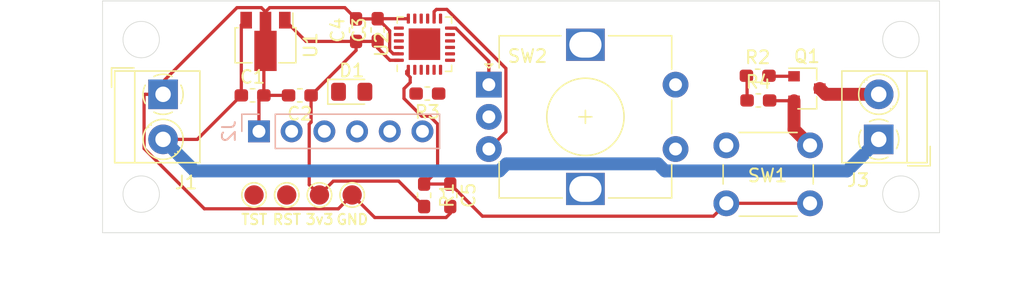
<source format=kicad_pcb>
(kicad_pcb (version 20171130) (host pcbnew 5.1.6-c6e7f7d~87~ubuntu18.04.1)

  (general
    (thickness 1.6)
    (drawings 11)
    (tracks 92)
    (zones 0)
    (modules 22)
    (nets 31)
  )

  (page A4)
  (layers
    (0 F.Cu signal)
    (31 B.Cu signal)
    (32 B.Adhes user)
    (33 F.Adhes user)
    (34 B.Paste user)
    (35 F.Paste user)
    (36 B.SilkS user)
    (37 F.SilkS user)
    (38 B.Mask user)
    (39 F.Mask user)
    (40 Dwgs.User user)
    (41 Cmts.User user)
    (42 Eco1.User user)
    (43 Eco2.User user)
    (44 Edge.Cuts user)
    (45 Margin user)
    (46 B.CrtYd user)
    (47 F.CrtYd user)
    (48 B.Fab user)
    (49 F.Fab user hide)
  )

  (setup
    (last_trace_width 0.25)
    (user_trace_width 1)
    (user_trace_width 2)
    (trace_clearance 0.2)
    (zone_clearance 0.508)
    (zone_45_only no)
    (trace_min 0.2)
    (via_size 0.8)
    (via_drill 0.4)
    (via_min_size 0.4)
    (via_min_drill 0.3)
    (uvia_size 0.3)
    (uvia_drill 0.1)
    (uvias_allowed no)
    (uvia_min_size 0.2)
    (uvia_min_drill 0.1)
    (edge_width 0.05)
    (segment_width 0.2)
    (pcb_text_width 0.3)
    (pcb_text_size 1.5 1.5)
    (mod_edge_width 0.12)
    (mod_text_size 1 1)
    (mod_text_width 0.15)
    (pad_size 1.524 1.524)
    (pad_drill 0.762)
    (pad_to_mask_clearance 0.05)
    (aux_axis_origin 196.596 109.093)
    (visible_elements FFFFFF7F)
    (pcbplotparams
      (layerselection 0x010fc_ffffffff)
      (usegerberextensions false)
      (usegerberattributes true)
      (usegerberadvancedattributes true)
      (creategerberjobfile true)
      (excludeedgelayer true)
      (linewidth 0.100000)
      (plotframeref false)
      (viasonmask false)
      (mode 1)
      (useauxorigin false)
      (hpglpennumber 1)
      (hpglpenspeed 20)
      (hpglpendiameter 15.000000)
      (psnegative false)
      (psa4output false)
      (plotreference true)
      (plotvalue true)
      (plotinvisibletext false)
      (padsonsilk false)
      (subtractmaskfromsilk false)
      (outputformat 1)
      (mirror false)
      (drillshape 1)
      (scaleselection 1)
      (outputdirectory ""))
  )

  (net 0 "")
  (net 1 GND)
  (net 2 +3V3)
  (net 3 "Net-(J3-Pad2)")
  (net 4 PLAMP)
  (net 5 RST)
  (net 6 TEST)
  (net 7 TXD)
  (net 8 RXD)
  (net 9 "Net-(U2-Pad5)")
  (net 10 "Net-(U2-Pad6)")
  (net 11 "Net-(U2-Pad7)")
  (net 12 PLED)
  (net 13 "Net-(U2-Pad10)")
  (net 14 "Net-(U2-Pad11)")
  (net 15 pRotary1)
  (net 16 "Net-(U2-Pad13)")
  (net 17 pRotary2)
  (net 18 "Net-(U2-Pad15)")
  (net 19 "Net-(U2-Pad16)")
  (net 20 "Net-(U2-Pad17)")
  (net 21 "Net-(U2-Pad19)")
  (net 22 pRotaryButton)
  (net 23 "Net-(U2-Pad21)")
  (net 24 "Net-(U2-Pad22)")
  (net 25 "Net-(D1-Pad2)")
  (net 26 "Net-(J2-Pad6)")
  (net 27 "Net-(J2-Pad3)")
  (net 28 "Net-(J2-Pad2)")
  (net 29 "Net-(Q1-Pad1)")
  (net 30 VCC)

  (net_class Default "This is the default net class."
    (clearance 0.2)
    (trace_width 0.25)
    (via_dia 0.8)
    (via_drill 0.4)
    (uvia_dia 0.3)
    (uvia_drill 0.1)
    (add_net +3V3)
    (add_net GND)
    (add_net "Net-(D1-Pad2)")
    (add_net "Net-(J2-Pad2)")
    (add_net "Net-(J2-Pad3)")
    (add_net "Net-(J2-Pad6)")
    (add_net "Net-(J3-Pad2)")
    (add_net "Net-(Q1-Pad1)")
    (add_net "Net-(U2-Pad10)")
    (add_net "Net-(U2-Pad11)")
    (add_net "Net-(U2-Pad13)")
    (add_net "Net-(U2-Pad15)")
    (add_net "Net-(U2-Pad16)")
    (add_net "Net-(U2-Pad17)")
    (add_net "Net-(U2-Pad19)")
    (add_net "Net-(U2-Pad21)")
    (add_net "Net-(U2-Pad22)")
    (add_net "Net-(U2-Pad5)")
    (add_net "Net-(U2-Pad6)")
    (add_net "Net-(U2-Pad7)")
    (add_net PLAMP)
    (add_net PLED)
    (add_net RST)
    (add_net RXD)
    (add_net TEST)
    (add_net TXD)
    (add_net VCC)
    (add_net pRotary1)
    (add_net pRotary2)
    (add_net pRotaryButton)
  )

  (module Rotary_Encoder:RotaryEncoder_Alps_EC12E-Switch_Vertical_H20mm (layer F.Cu) (tedit 5A64F492) (tstamp 616E643A)
    (at 162 115.5)
    (descr "Alps rotary encoder, EC12E... with switch, vertical shaft, http://www.alps.com/prod/info/E/HTML/Encoder/Incremental/EC12E/EC12E1240405.html & http://cdn-reichelt.de/documents/datenblatt/F100/402097STEC12E08.PDF")
    (tags "rotary encoder")
    (path /616D1D32)
    (fp_text reference SW2 (at 3.006 -2.216) (layer F.SilkS)
      (effects (font (size 1 1) (thickness 0.15)))
    )
    (fp_text value Rotary_Encoder_Switch (at 7.5 10.4) (layer F.Fab) hide
      (effects (font (size 1 1) (thickness 0.15)))
    )
    (fp_text user %R (at 11.5 6.6) (layer F.Fab)
      (effects (font (size 1 1) (thickness 0.15)))
    )
    (fp_line (start 7 2.5) (end 8 2.5) (layer F.SilkS) (width 0.12))
    (fp_line (start 7.5 2) (end 7.5 3) (layer F.SilkS) (width 0.12))
    (fp_line (start 14.2 6.2) (end 14.2 8.8) (layer F.SilkS) (width 0.12))
    (fp_line (start 14.2 1.2) (end 14.2 3.8) (layer F.SilkS) (width 0.12))
    (fp_line (start 14.2 -3.8) (end 14.2 -1.2) (layer F.SilkS) (width 0.12))
    (fp_line (start 4.5 2.5) (end 10.5 2.5) (layer F.Fab) (width 0.12))
    (fp_line (start 7.5 -0.5) (end 7.5 5.5) (layer F.Fab) (width 0.12))
    (fp_line (start 0.3 -1.6) (end 0 -1.3) (layer F.SilkS) (width 0.12))
    (fp_line (start -0.3 -1.6) (end 0.3 -1.6) (layer F.SilkS) (width 0.12))
    (fp_line (start 0 -1.3) (end -0.3 -1.6) (layer F.SilkS) (width 0.12))
    (fp_line (start 0.8 -3.8) (end 0.8 -1.3) (layer F.SilkS) (width 0.12))
    (fp_line (start 5.6 -3.8) (end 0.8 -3.8) (layer F.SilkS) (width 0.12))
    (fp_line (start 0.8 8.8) (end 0.8 6) (layer F.SilkS) (width 0.12))
    (fp_line (start 5.7 8.8) (end 0.8 8.8) (layer F.SilkS) (width 0.12))
    (fp_line (start 14.2 8.8) (end 9.3 8.8) (layer F.SilkS) (width 0.12))
    (fp_line (start 9.3 -3.8) (end 14.2 -3.8) (layer F.SilkS) (width 0.12))
    (fp_line (start 0.9 -2.6) (end 1.9 -3.7) (layer F.Fab) (width 0.12))
    (fp_line (start 0.9 8.7) (end 0.9 -2.6) (layer F.Fab) (width 0.12))
    (fp_line (start 14.1 8.7) (end 0.9 8.7) (layer F.Fab) (width 0.12))
    (fp_line (start 14.1 -3.7) (end 14.1 8.7) (layer F.Fab) (width 0.12))
    (fp_line (start 1.9 -3.7) (end 14.1 -3.7) (layer F.Fab) (width 0.12))
    (fp_line (start -1.5 -4.85) (end 16 -4.85) (layer F.CrtYd) (width 0.05))
    (fp_line (start -1.5 -4.85) (end -1.5 9.85) (layer F.CrtYd) (width 0.05))
    (fp_line (start 16 9.85) (end 16 -4.85) (layer F.CrtYd) (width 0.05))
    (fp_line (start 16 9.85) (end -1.5 9.85) (layer F.CrtYd) (width 0.05))
    (fp_circle (center 7.5 2.5) (end 10.5 2.5) (layer F.SilkS) (width 0.12))
    (fp_circle (center 7.5 2.5) (end 10.5 2.5) (layer F.Fab) (width 0.12))
    (pad A thru_hole rect (at 0 0) (size 2 2) (drill 1) (layers *.Cu *.Mask)
      (net 15 pRotary1))
    (pad C thru_hole circle (at 0 2.5) (size 2 2) (drill 1) (layers *.Cu *.Mask)
      (net 1 GND))
    (pad B thru_hole circle (at 0 5) (size 2 2) (drill 1) (layers *.Cu *.Mask)
      (net 17 pRotary2))
    (pad MP thru_hole rect (at 7.5 -3.1) (size 3 2.5) (drill oval 2.5 2) (layers *.Cu *.Mask))
    (pad MP thru_hole rect (at 7.5 8.1) (size 3 2.5) (drill oval 2.5 2) (layers *.Cu *.Mask))
    (pad S1 thru_hole circle (at 14.5 0) (size 2 2) (drill 1) (layers *.Cu *.Mask)
      (net 22 pRotaryButton))
    (pad S2 thru_hole circle (at 14.5 5) (size 2 2) (drill 1) (layers *.Cu *.Mask)
      (net 1 GND))
    (model ${KISYS3DMOD}/Rotary_Encoder.3dshapes/RotaryEncoder_Alps_EC12E-Switch_Vertical_H20mm.wrl
      (at (xyz 0 0 0))
      (scale (xyz 1 1 1))
      (rotate (xyz 0 0 0))
    )
  )

  (module TestPoint:TestPoint_Pad_D1.5mm (layer F.Cu) (tedit 5A0F774F) (tstamp 616E3DFD)
    (at 151.384 124.0663 180)
    (descr "SMD pad as test Point, diameter 1.5mm")
    (tags "test point SMD pad")
    (path /617684AC)
    (attr virtual)
    (fp_text reference GND (at -0.0127 -1.905) (layer F.SilkS)
      (effects (font (size 0.8 0.8) (thickness 0.15)))
    )
    (fp_text value TestPoint (at 0 1.75) (layer F.Fab)
      (effects (font (size 1 1) (thickness 0.15)))
    )
    (fp_text user %R (at 0 -1.65) (layer F.Fab)
      (effects (font (size 1 1) (thickness 0.15)))
    )
    (fp_circle (center 0 0) (end 1.25 0) (layer F.CrtYd) (width 0.05))
    (fp_circle (center 0 0) (end 0 0.95) (layer F.SilkS) (width 0.12))
    (pad 1 smd circle (at 0 0 180) (size 1.5 1.5) (layers F.Cu F.Mask)
      (net 1 GND))
  )

  (module TestPoint:TestPoint_Pad_D1.5mm (layer F.Cu) (tedit 5A0F774F) (tstamp 616E3DF5)
    (at 148.844 124.0663 180)
    (descr "SMD pad as test Point, diameter 1.5mm")
    (tags "test point SMD pad")
    (path /61768157)
    (attr virtual)
    (fp_text reference 3v3 (at -0.0127 -1.905) (layer F.SilkS)
      (effects (font (size 0.8 0.8) (thickness 0.15)))
    )
    (fp_text value TestPoint (at 0 1.75) (layer F.Fab)
      (effects (font (size 1 1) (thickness 0.15)))
    )
    (fp_text user %R (at 0 -1.65) (layer F.Fab)
      (effects (font (size 1 1) (thickness 0.15)))
    )
    (fp_circle (center 0 0) (end 1.25 0) (layer F.CrtYd) (width 0.05))
    (fp_circle (center 0 0) (end 0 0.95) (layer F.SilkS) (width 0.12))
    (pad 1 smd circle (at 0 0 180) (size 1.5 1.5) (layers F.Cu F.Mask)
      (net 2 +3V3))
  )

  (module TestPoint:TestPoint_Pad_D1.5mm (layer F.Cu) (tedit 5A0F774F) (tstamp 616E3DED)
    (at 146.304 124.0663 180)
    (descr "SMD pad as test Point, diameter 1.5mm")
    (tags "test point SMD pad")
    (path /61767D78)
    (attr virtual)
    (fp_text reference RST (at -0.0127 -1.905) (layer F.SilkS)
      (effects (font (size 0.8 0.8) (thickness 0.15)))
    )
    (fp_text value TestPoint (at 0 1.75) (layer F.Fab)
      (effects (font (size 1 1) (thickness 0.15)))
    )
    (fp_text user %R (at 0 -1.65) (layer F.Fab)
      (effects (font (size 1 1) (thickness 0.15)))
    )
    (fp_circle (center 0 0) (end 1.25 0) (layer F.CrtYd) (width 0.05))
    (fp_circle (center 0 0) (end 0 0.95) (layer F.SilkS) (width 0.12))
    (pad 1 smd circle (at 0 0 180) (size 1.5 1.5) (layers F.Cu F.Mask)
      (net 5 RST))
  )

  (module TestPoint:TestPoint_Pad_D1.5mm (layer F.Cu) (tedit 5A0F774F) (tstamp 616E3DE5)
    (at 143.764 124.0663 180)
    (descr "SMD pad as test Point, diameter 1.5mm")
    (tags "test point SMD pad")
    (path /61767A30)
    (attr virtual)
    (fp_text reference TST (at -0.0127 -1.905) (layer F.SilkS)
      (effects (font (size 0.8 0.8) (thickness 0.15)))
    )
    (fp_text value TestPoint (at 0 1.75) (layer F.Fab)
      (effects (font (size 1 1) (thickness 0.15)))
    )
    (fp_text user %R (at 0 -1.65) (layer F.Fab)
      (effects (font (size 1 1) (thickness 0.15)))
    )
    (fp_circle (center 0 0) (end 1.25 0) (layer F.CrtYd) (width 0.05))
    (fp_circle (center 0 0) (end 0 0.95) (layer F.SilkS) (width 0.12))
    (pad 1 smd circle (at 0 0 180) (size 1.5 1.5) (layers F.Cu F.Mask)
      (net 6 TEST))
  )

  (module Connector_PinHeader_2.54mm:PinHeader_1x06_P2.54mm_Vertical (layer B.Cu) (tedit 59FED5CC) (tstamp 616E3D16)
    (at 144.145 119.126 270)
    (descr "Through hole straight pin header, 1x06, 2.54mm pitch, single row")
    (tags "Through hole pin header THT 1x06 2.54mm single row")
    (path /61744373)
    (fp_text reference J2 (at 0 2.33 90) (layer B.SilkS)
      (effects (font (size 1 1) (thickness 0.15)) (justify mirror))
    )
    (fp_text value Conn_01x06_Male (at 0 -15.03 90) (layer B.Fab)
      (effects (font (size 1 1) (thickness 0.15)) (justify mirror))
    )
    (fp_text user %R (at 0 -6.35 180) (layer B.Fab)
      (effects (font (size 1 1) (thickness 0.15)) (justify mirror))
    )
    (fp_line (start -0.635 1.27) (end 1.27 1.27) (layer B.Fab) (width 0.1))
    (fp_line (start 1.27 1.27) (end 1.27 -13.97) (layer B.Fab) (width 0.1))
    (fp_line (start 1.27 -13.97) (end -1.27 -13.97) (layer B.Fab) (width 0.1))
    (fp_line (start -1.27 -13.97) (end -1.27 0.635) (layer B.Fab) (width 0.1))
    (fp_line (start -1.27 0.635) (end -0.635 1.27) (layer B.Fab) (width 0.1))
    (fp_line (start -1.33 -14.03) (end 1.33 -14.03) (layer B.SilkS) (width 0.12))
    (fp_line (start -1.33 -1.27) (end -1.33 -14.03) (layer B.SilkS) (width 0.12))
    (fp_line (start 1.33 -1.27) (end 1.33 -14.03) (layer B.SilkS) (width 0.12))
    (fp_line (start -1.33 -1.27) (end 1.33 -1.27) (layer B.SilkS) (width 0.12))
    (fp_line (start -1.33 0) (end -1.33 1.33) (layer B.SilkS) (width 0.12))
    (fp_line (start -1.33 1.33) (end 0 1.33) (layer B.SilkS) (width 0.12))
    (fp_line (start -1.8 1.8) (end -1.8 -14.5) (layer B.CrtYd) (width 0.05))
    (fp_line (start -1.8 -14.5) (end 1.8 -14.5) (layer B.CrtYd) (width 0.05))
    (fp_line (start 1.8 -14.5) (end 1.8 1.8) (layer B.CrtYd) (width 0.05))
    (fp_line (start 1.8 1.8) (end -1.8 1.8) (layer B.CrtYd) (width 0.05))
    (pad 6 thru_hole oval (at 0 -12.7 270) (size 1.7 1.7) (drill 1) (layers *.Cu *.Mask)
      (net 26 "Net-(J2-Pad6)"))
    (pad 5 thru_hole oval (at 0 -10.16 270) (size 1.7 1.7) (drill 1) (layers *.Cu *.Mask)
      (net 7 TXD))
    (pad 4 thru_hole oval (at 0 -7.62 270) (size 1.7 1.7) (drill 1) (layers *.Cu *.Mask)
      (net 8 RXD))
    (pad 3 thru_hole oval (at 0 -5.08 270) (size 1.7 1.7) (drill 1) (layers *.Cu *.Mask)
      (net 27 "Net-(J2-Pad3)"))
    (pad 2 thru_hole oval (at 0 -2.54 270) (size 1.7 1.7) (drill 1) (layers *.Cu *.Mask)
      (net 28 "Net-(J2-Pad2)"))
    (pad 1 thru_hole rect (at 0 0 270) (size 1.7 1.7) (drill 1) (layers *.Cu *.Mask)
      (net 1 GND))
    (model ${KISYS3DMOD}/Connector_PinHeader_2.54mm.3dshapes/PinHeader_1x06_P2.54mm_Vertical.wrl
      (at (xyz 0 0 0))
      (scale (xyz 1 1 1))
      (rotate (xyz 0 0 0))
    )
  )

  (module TerminalBlock_MetzConnect:TerminalBlock_MetzConnect_Type059_RT06302HBWC_1x02_P3.50mm_Horizontal locked (layer F.Cu) (tedit 5B294EA0) (tstamp 616E7903)
    (at 136.7 116.25 270)
    (descr "terminal block Metz Connect Type059_RT06302HBWC, 2 pins, pitch 3.5mm, size 7x6.5mm^2, drill diamater 1.2mm, pad diameter 2.3mm, see http://www.metz-connect.com/de/system/files/productfiles/Datenblatt_310591_RT063xxHBWC_OFF-022684T.pdf, script-generated using https://github.com/pointhi/kicad-footprint-generator/scripts/TerminalBlock_MetzConnect")
    (tags "THT terminal block Metz Connect Type059_RT06302HBWC pitch 3.5mm size 7x6.5mm^2 drill 1.2mm pad 2.3mm")
    (path /616FA099)
    (fp_text reference J1 (at 6.8511 -1.7935 180) (layer F.SilkS)
      (effects (font (size 1 1) (thickness 0.15)))
    )
    (fp_text value Screw_Terminal_01x02 (at 1.75 4.76 90) (layer F.Fab)
      (effects (font (size 1 1) (thickness 0.15)))
    )
    (fp_text user %R (at 1.75 2.95 90) (layer F.Fab)
      (effects (font (size 1 1) (thickness 0.15)))
    )
    (fp_arc (start 0 0) (end -0.707 1.386) (angle -28) (layer F.SilkS) (width 0.12))
    (fp_arc (start 0 0) (end -1.386 -0.707) (angle -54) (layer F.SilkS) (width 0.12))
    (fp_arc (start 0 0) (end 0.707 -1.386) (angle -54) (layer F.SilkS) (width 0.12))
    (fp_arc (start 0 0) (end 1.386 0.707) (angle -54) (layer F.SilkS) (width 0.12))
    (fp_arc (start 0 0) (end 0 1.555) (angle -27) (layer F.SilkS) (width 0.12))
    (fp_circle (center 0 0) (end 1.375 0) (layer F.Fab) (width 0.1))
    (fp_circle (center 3.5 0) (end 4.875 0) (layer F.Fab) (width 0.1))
    (fp_circle (center 3.5 0) (end 5.055 0) (layer F.SilkS) (width 0.12))
    (fp_line (start -1.75 -2.8) (end 5.25 -2.8) (layer F.Fab) (width 0.1))
    (fp_line (start 5.25 -2.8) (end 5.25 3.7) (layer F.Fab) (width 0.1))
    (fp_line (start 5.25 3.7) (end -0.25 3.7) (layer F.Fab) (width 0.1))
    (fp_line (start -0.25 3.7) (end -1.75 2.2) (layer F.Fab) (width 0.1))
    (fp_line (start -1.75 2.2) (end -1.75 -2.8) (layer F.Fab) (width 0.1))
    (fp_line (start -1.75 2.2) (end 5.25 2.2) (layer F.Fab) (width 0.1))
    (fp_line (start -1.81 2.2) (end 5.31 2.2) (layer F.SilkS) (width 0.12))
    (fp_line (start -1.81 -2.86) (end 5.31 -2.86) (layer F.SilkS) (width 0.12))
    (fp_line (start -1.81 3.76) (end 5.31 3.76) (layer F.SilkS) (width 0.12))
    (fp_line (start -1.81 -2.86) (end -1.81 3.76) (layer F.SilkS) (width 0.12))
    (fp_line (start 5.31 -2.86) (end 5.31 3.76) (layer F.SilkS) (width 0.12))
    (fp_line (start 1.043 -0.875) (end -0.876 1.043) (layer F.Fab) (width 0.1))
    (fp_line (start 0.876 -1.043) (end -1.043 0.875) (layer F.Fab) (width 0.1))
    (fp_line (start 4.543 -0.875) (end 2.625 1.043) (layer F.Fab) (width 0.1))
    (fp_line (start 4.376 -1.043) (end 2.458 0.875) (layer F.Fab) (width 0.1))
    (fp_line (start 4.68 -0.99) (end 4.604 -0.914) (layer F.SilkS) (width 0.12))
    (fp_line (start 2.565 1.125) (end 2.511 1.18) (layer F.SilkS) (width 0.12))
    (fp_line (start 4.49 -1.18) (end 4.436 -1.126) (layer F.SilkS) (width 0.12))
    (fp_line (start 2.397 0.914) (end 2.321 0.99) (layer F.SilkS) (width 0.12))
    (fp_line (start -2.05 2.26) (end -2.05 4) (layer F.SilkS) (width 0.12))
    (fp_line (start -2.05 4) (end -0.55 4) (layer F.SilkS) (width 0.12))
    (fp_line (start -2.25 -3.3) (end -2.25 4.2) (layer F.CrtYd) (width 0.05))
    (fp_line (start -2.25 4.2) (end 5.75 4.2) (layer F.CrtYd) (width 0.05))
    (fp_line (start 5.75 4.2) (end 5.75 -3.3) (layer F.CrtYd) (width 0.05))
    (fp_line (start 5.75 -3.3) (end -2.25 -3.3) (layer F.CrtYd) (width 0.05))
    (pad 2 thru_hole circle (at 3.5 0 270) (size 2.3 2.3) (drill 1.2) (layers *.Cu *.Mask)
      (net 30 VCC))
    (pad 1 thru_hole rect (at 0 0 270) (size 2.3 2.3) (drill 1.2) (layers *.Cu *.Mask)
      (net 1 GND))
    (model ${KISYS3DMOD}/TerminalBlock_MetzConnect.3dshapes/TerminalBlock_MetzConnect_Type059_RT06302HBWC_1x02_P3.50mm_Horizontal.wrl
      (at (xyz 0 0 0))
      (scale (xyz 1 1 1))
      (rotate (xyz 0 0 0))
    )
  )

  (module Package_DFN_QFN:VQFN-24-1EP_4x4mm_P0.5mm_EP2.45x2.45mm (layer F.Cu) (tedit 5DC5F6A8) (tstamp 616E470A)
    (at 156.9974 112.3569 90)
    (descr "VQFN, 24 Pin (http://www.ti.com/lit/ds/symlink/msp430f1101a.pdf), generated with kicad-footprint-generator ipc_noLead_generator.py")
    (tags "VQFN NoLead")
    (path /616D0FFF)
    (attr smd)
    (fp_text reference U2 (at 0 -3.32 90) (layer F.SilkS)
      (effects (font (size 1 1) (thickness 0.15)))
    )
    (fp_text value MSP430FR2433RGE (at 0 3.32 90) (layer F.Fab)
      (effects (font (size 1 1) (thickness 0.15)))
    )
    (fp_text user %R (at 0 0 90) (layer F.Fab)
      (effects (font (size 1 1) (thickness 0.15)))
    )
    (fp_line (start 1.635 -2.11) (end 2.11 -2.11) (layer F.SilkS) (width 0.12))
    (fp_line (start 2.11 -2.11) (end 2.11 -1.635) (layer F.SilkS) (width 0.12))
    (fp_line (start -1.635 2.11) (end -2.11 2.11) (layer F.SilkS) (width 0.12))
    (fp_line (start -2.11 2.11) (end -2.11 1.635) (layer F.SilkS) (width 0.12))
    (fp_line (start 1.635 2.11) (end 2.11 2.11) (layer F.SilkS) (width 0.12))
    (fp_line (start 2.11 2.11) (end 2.11 1.635) (layer F.SilkS) (width 0.12))
    (fp_line (start -1.635 -2.11) (end -2.11 -2.11) (layer F.SilkS) (width 0.12))
    (fp_line (start -1 -2) (end 2 -2) (layer F.Fab) (width 0.1))
    (fp_line (start 2 -2) (end 2 2) (layer F.Fab) (width 0.1))
    (fp_line (start 2 2) (end -2 2) (layer F.Fab) (width 0.1))
    (fp_line (start -2 2) (end -2 -1) (layer F.Fab) (width 0.1))
    (fp_line (start -2 -1) (end -1 -2) (layer F.Fab) (width 0.1))
    (fp_line (start -2.62 -2.62) (end -2.62 2.62) (layer F.CrtYd) (width 0.05))
    (fp_line (start -2.62 2.62) (end 2.62 2.62) (layer F.CrtYd) (width 0.05))
    (fp_line (start 2.62 2.62) (end 2.62 -2.62) (layer F.CrtYd) (width 0.05))
    (fp_line (start 2.62 -2.62) (end -2.62 -2.62) (layer F.CrtYd) (width 0.05))
    (pad "" smd roundrect (at 0.82 0.82 90) (size 0.66 0.66) (layers F.Paste) (roundrect_rratio 0.25))
    (pad "" smd roundrect (at 0.82 0 90) (size 0.66 0.66) (layers F.Paste) (roundrect_rratio 0.25))
    (pad "" smd roundrect (at 0.82 -0.82 90) (size 0.66 0.66) (layers F.Paste) (roundrect_rratio 0.25))
    (pad "" smd roundrect (at 0 0.82 90) (size 0.66 0.66) (layers F.Paste) (roundrect_rratio 0.25))
    (pad "" smd roundrect (at 0 0 90) (size 0.66 0.66) (layers F.Paste) (roundrect_rratio 0.25))
    (pad "" smd roundrect (at 0 -0.82 90) (size 0.66 0.66) (layers F.Paste) (roundrect_rratio 0.25))
    (pad "" smd roundrect (at -0.82 0.82 90) (size 0.66 0.66) (layers F.Paste) (roundrect_rratio 0.25))
    (pad "" smd roundrect (at -0.82 0 90) (size 0.66 0.66) (layers F.Paste) (roundrect_rratio 0.25))
    (pad "" smd roundrect (at -0.82 -0.82 90) (size 0.66 0.66) (layers F.Paste) (roundrect_rratio 0.25))
    (pad 25 smd rect (at 0 0 90) (size 2.45 2.45) (layers F.Cu F.Mask))
    (pad 24 smd roundrect (at -1.25 -1.9875 90) (size 0.25 0.775) (layers F.Cu F.Paste F.Mask) (roundrect_rratio 0.25)
      (net 2 +3V3))
    (pad 23 smd roundrect (at -0.75 -1.9875 90) (size 0.25 0.775) (layers F.Cu F.Paste F.Mask) (roundrect_rratio 0.25)
      (net 1 GND))
    (pad 22 smd roundrect (at -0.25 -1.9875 90) (size 0.25 0.775) (layers F.Cu F.Paste F.Mask) (roundrect_rratio 0.25)
      (net 24 "Net-(U2-Pad22)"))
    (pad 21 smd roundrect (at 0.25 -1.9875 90) (size 0.25 0.775) (layers F.Cu F.Paste F.Mask) (roundrect_rratio 0.25)
      (net 23 "Net-(U2-Pad21)"))
    (pad 20 smd roundrect (at 0.75 -1.9875 90) (size 0.25 0.775) (layers F.Cu F.Paste F.Mask) (roundrect_rratio 0.25)
      (net 22 pRotaryButton))
    (pad 19 smd roundrect (at 1.25 -1.9875 90) (size 0.25 0.775) (layers F.Cu F.Paste F.Mask) (roundrect_rratio 0.25)
      (net 21 "Net-(U2-Pad19)"))
    (pad 18 smd roundrect (at 1.9875 -1.25 90) (size 0.775 0.25) (layers F.Cu F.Paste F.Mask) (roundrect_rratio 0.25)
      (net 1 GND))
    (pad 17 smd roundrect (at 1.9875 -0.75 90) (size 0.775 0.25) (layers F.Cu F.Paste F.Mask) (roundrect_rratio 0.25)
      (net 20 "Net-(U2-Pad17)"))
    (pad 16 smd roundrect (at 1.9875 -0.25 90) (size 0.775 0.25) (layers F.Cu F.Paste F.Mask) (roundrect_rratio 0.25)
      (net 19 "Net-(U2-Pad16)"))
    (pad 15 smd roundrect (at 1.9875 0.25 90) (size 0.775 0.25) (layers F.Cu F.Paste F.Mask) (roundrect_rratio 0.25)
      (net 18 "Net-(U2-Pad15)"))
    (pad 14 smd roundrect (at 1.9875 0.75 90) (size 0.775 0.25) (layers F.Cu F.Paste F.Mask) (roundrect_rratio 0.25)
      (net 17 pRotary2))
    (pad 13 smd roundrect (at 1.9875 1.25 90) (size 0.775 0.25) (layers F.Cu F.Paste F.Mask) (roundrect_rratio 0.25)
      (net 16 "Net-(U2-Pad13)"))
    (pad 12 smd roundrect (at 1.25 1.9875 90) (size 0.25 0.775) (layers F.Cu F.Paste F.Mask) (roundrect_rratio 0.25)
      (net 15 pRotary1))
    (pad 11 smd roundrect (at 0.75 1.9875 90) (size 0.25 0.775) (layers F.Cu F.Paste F.Mask) (roundrect_rratio 0.25)
      (net 14 "Net-(U2-Pad11)"))
    (pad 10 smd roundrect (at 0.25 1.9875 90) (size 0.25 0.775) (layers F.Cu F.Paste F.Mask) (roundrect_rratio 0.25)
      (net 13 "Net-(U2-Pad10)"))
    (pad 9 smd roundrect (at -0.25 1.9875 90) (size 0.25 0.775) (layers F.Cu F.Paste F.Mask) (roundrect_rratio 0.25)
      (net 12 PLED))
    (pad 8 smd roundrect (at -0.75 1.9875 90) (size 0.25 0.775) (layers F.Cu F.Paste F.Mask) (roundrect_rratio 0.25)
      (net 4 PLAMP))
    (pad 7 smd roundrect (at -1.25 1.9875 90) (size 0.25 0.775) (layers F.Cu F.Paste F.Mask) (roundrect_rratio 0.25)
      (net 11 "Net-(U2-Pad7)"))
    (pad 6 smd roundrect (at -1.9875 1.25 90) (size 0.775 0.25) (layers F.Cu F.Paste F.Mask) (roundrect_rratio 0.25)
      (net 10 "Net-(U2-Pad6)"))
    (pad 5 smd roundrect (at -1.9875 0.75 90) (size 0.775 0.25) (layers F.Cu F.Paste F.Mask) (roundrect_rratio 0.25)
      (net 9 "Net-(U2-Pad5)"))
    (pad 4 smd roundrect (at -1.9875 0.25 90) (size 0.775 0.25) (layers F.Cu F.Paste F.Mask) (roundrect_rratio 0.25)
      (net 8 RXD))
    (pad 3 smd roundrect (at -1.9875 -0.25 90) (size 0.775 0.25) (layers F.Cu F.Paste F.Mask) (roundrect_rratio 0.25)
      (net 7 TXD))
    (pad 2 smd roundrect (at -1.9875 -0.75 90) (size 0.775 0.25) (layers F.Cu F.Paste F.Mask) (roundrect_rratio 0.25)
      (net 6 TEST))
    (pad 1 smd roundrect (at -1.9875 -1.25 90) (size 0.775 0.25) (layers F.Cu F.Paste F.Mask) (roundrect_rratio 0.25)
      (net 5 RST))
    (model ${KISYS3DMOD}/Package_DFN_QFN.3dshapes/VQFN-24-1EP_4x4mm_P0.5mm_EP2.45x2.45mm.wrl
      (at (xyz 0 0 0))
      (scale (xyz 1 1 1))
      (rotate (xyz 0 0 0))
    )
  )

  (module Package_TO_SOT_SMD:SOT-89-3 (layer F.Cu) (tedit 5C33D6E8) (tstamp 616E4193)
    (at 144.653 112.141 270)
    (descr "SOT-89-3, http://ww1.microchip.com/downloads/en/DeviceDoc/3L_SOT-89_MB_C04-029C.pdf")
    (tags SOT-89-3)
    (path /616DDAD0)
    (attr smd)
    (fp_text reference U1 (at 0.3 -3.5 90) (layer F.SilkS)
      (effects (font (size 1 1) (thickness 0.15)))
    )
    (fp_text value L78L33_SOT89 (at 0.3 3.5 90) (layer F.Fab)
      (effects (font (size 1 1) (thickness 0.15)))
    )
    (fp_text user %R (at 0.5 0 270) (layer F.Fab)
      (effects (font (size 1 1) (thickness 0.15)))
    )
    (fp_line (start 1.66 1.05) (end 1.66 2.36) (layer F.SilkS) (width 0.12))
    (fp_line (start 1.66 2.36) (end -1.06 2.36) (layer F.SilkS) (width 0.12))
    (fp_line (start -2.2 -2.13) (end -1.06 -2.13) (layer F.SilkS) (width 0.12))
    (fp_line (start 1.66 -2.36) (end 1.66 -1.05) (layer F.SilkS) (width 0.12))
    (fp_line (start -0.95 -1.25) (end 0.05 -2.25) (layer F.Fab) (width 0.1))
    (fp_line (start 1.55 -2.25) (end 1.55 2.25) (layer F.Fab) (width 0.1))
    (fp_line (start 1.55 2.25) (end -0.95 2.25) (layer F.Fab) (width 0.1))
    (fp_line (start -0.95 2.25) (end -0.95 -1.25) (layer F.Fab) (width 0.1))
    (fp_line (start 0.05 -2.25) (end 1.55 -2.25) (layer F.Fab) (width 0.1))
    (fp_line (start 2.55 -2.5) (end 2.55 2.5) (layer F.CrtYd) (width 0.05))
    (fp_line (start 2.55 -2.5) (end -2.55 -2.5) (layer F.CrtYd) (width 0.05))
    (fp_line (start -2.55 2.5) (end 2.55 2.5) (layer F.CrtYd) (width 0.05))
    (fp_line (start -2.55 2.5) (end -2.55 -2.5) (layer F.CrtYd) (width 0.05))
    (fp_line (start -1.06 -2.36) (end 1.66 -2.36) (layer F.SilkS) (width 0.12))
    (fp_line (start -1.06 -2.36) (end -1.06 -2.13) (layer F.SilkS) (width 0.12))
    (fp_line (start -1.06 2.36) (end -1.06 2.13) (layer F.SilkS) (width 0.12))
    (pad 2 smd custom (at -1.5625 0 270) (size 1.475 0.9) (layers F.Cu F.Paste F.Mask)
      (net 1 GND) (zone_connect 2)
      (options (clearance outline) (anchor rect))
      (primitives
        (gr_poly (pts
           (xy 0.7375 -0.8665) (xy 3.8625 -0.8665) (xy 3.8625 0.8665) (xy 0.7375 0.8665)) (width 0))
      ))
    (pad 3 smd rect (at -1.65 1.5 270) (size 1.3 0.9) (layers F.Cu F.Paste F.Mask)
      (net 30 VCC))
    (pad 1 smd rect (at -1.65 -1.5 270) (size 1.3 0.9) (layers F.Cu F.Paste F.Mask)
      (net 2 +3V3))
    (model ${KISYS3DMOD}/Package_TO_SOT_SMD.3dshapes/SOT-89-3.wrl
      (at (xyz 0 0 0))
      (scale (xyz 1 1 1))
      (rotate (xyz 0 0 0))
    )
  )

  (module Button_Switch_THT:SW_PUSH_6mm_H5mm (layer F.Cu) (tedit 5A02FE31) (tstamp 616E6821)
    (at 186.944 124.714 180)
    (descr "tactile push button, 6x6mm e.g. PHAP33xx series, height=5mm")
    (tags "tact sw push 6mm")
    (path /6171E962)
    (fp_text reference SW1 (at 3.302 2.159) (layer F.SilkS)
      (effects (font (size 1 1) (thickness 0.15)))
    )
    (fp_text value SW_Push (at 3.75 6.7) (layer F.Fab)
      (effects (font (size 1 1) (thickness 0.15)))
    )
    (fp_text user %R (at 3.25 2.25) (layer F.Fab)
      (effects (font (size 1 1) (thickness 0.15)))
    )
    (fp_line (start 3.25 -0.75) (end 6.25 -0.75) (layer F.Fab) (width 0.1))
    (fp_line (start 6.25 -0.75) (end 6.25 5.25) (layer F.Fab) (width 0.1))
    (fp_line (start 6.25 5.25) (end 0.25 5.25) (layer F.Fab) (width 0.1))
    (fp_line (start 0.25 5.25) (end 0.25 -0.75) (layer F.Fab) (width 0.1))
    (fp_line (start 0.25 -0.75) (end 3.25 -0.75) (layer F.Fab) (width 0.1))
    (fp_line (start 7.75 6) (end 8 6) (layer F.CrtYd) (width 0.05))
    (fp_line (start 8 6) (end 8 5.75) (layer F.CrtYd) (width 0.05))
    (fp_line (start 7.75 -1.5) (end 8 -1.5) (layer F.CrtYd) (width 0.05))
    (fp_line (start 8 -1.5) (end 8 -1.25) (layer F.CrtYd) (width 0.05))
    (fp_line (start -1.5 -1.25) (end -1.5 -1.5) (layer F.CrtYd) (width 0.05))
    (fp_line (start -1.5 -1.5) (end -1.25 -1.5) (layer F.CrtYd) (width 0.05))
    (fp_line (start -1.5 5.75) (end -1.5 6) (layer F.CrtYd) (width 0.05))
    (fp_line (start -1.5 6) (end -1.25 6) (layer F.CrtYd) (width 0.05))
    (fp_line (start -1.25 -1.5) (end 7.75 -1.5) (layer F.CrtYd) (width 0.05))
    (fp_line (start -1.5 5.75) (end -1.5 -1.25) (layer F.CrtYd) (width 0.05))
    (fp_line (start 7.75 6) (end -1.25 6) (layer F.CrtYd) (width 0.05))
    (fp_line (start 8 -1.25) (end 8 5.75) (layer F.CrtYd) (width 0.05))
    (fp_line (start 1 5.5) (end 5.5 5.5) (layer F.SilkS) (width 0.12))
    (fp_line (start -0.25 1.5) (end -0.25 3) (layer F.SilkS) (width 0.12))
    (fp_line (start 5.5 -1) (end 1 -1) (layer F.SilkS) (width 0.12))
    (fp_line (start 6.75 3) (end 6.75 1.5) (layer F.SilkS) (width 0.12))
    (fp_circle (center 3.25 2.25) (end 1.25 2.5) (layer F.Fab) (width 0.1))
    (pad 1 thru_hole circle (at 6.5 0 270) (size 2 2) (drill 1.1) (layers *.Cu *.Mask)
      (net 5 RST))
    (pad 2 thru_hole circle (at 6.5 4.5 270) (size 2 2) (drill 1.1) (layers *.Cu *.Mask)
      (net 1 GND))
    (pad 1 thru_hole circle (at 0 0 270) (size 2 2) (drill 1.1) (layers *.Cu *.Mask)
      (net 5 RST))
    (pad 2 thru_hole circle (at 0 4.5 270) (size 2 2) (drill 1.1) (layers *.Cu *.Mask)
      (net 1 GND))
    (model ${KISYS3DMOD}/Button_Switch_THT.3dshapes/SW_PUSH_6mm_H5mm.wrl
      (at (xyz 0 0 0))
      (scale (xyz 1 1 1))
      (rotate (xyz 0 0 0))
    )
  )

  (module Resistor_SMD:R_0603_1608Metric_Pad1.05x0.95mm_HandSolder (layer F.Cu) (tedit 5B301BBD) (tstamp 616E3D97)
    (at 182.9308 116.7257)
    (descr "Resistor SMD 0603 (1608 Metric), square (rectangular) end terminal, IPC_7351 nominal with elongated pad for handsoldering. (Body size source: http://www.tortai-tech.com/upload/download/2011102023233369053.pdf), generated with kicad-footprint-generator")
    (tags "resistor handsolder")
    (path /617D865A)
    (attr smd)
    (fp_text reference R4 (at 0 -1.43) (layer F.SilkS)
      (effects (font (size 1 1) (thickness 0.15)))
    )
    (fp_text value 47k (at 0 1.43) (layer F.Fab)
      (effects (font (size 1 1) (thickness 0.15)))
    )
    (fp_text user %R (at 0 0) (layer F.Fab)
      (effects (font (size 0.4 0.4) (thickness 0.06)))
    )
    (fp_line (start -0.8 0.4) (end -0.8 -0.4) (layer F.Fab) (width 0.1))
    (fp_line (start -0.8 -0.4) (end 0.8 -0.4) (layer F.Fab) (width 0.1))
    (fp_line (start 0.8 -0.4) (end 0.8 0.4) (layer F.Fab) (width 0.1))
    (fp_line (start 0.8 0.4) (end -0.8 0.4) (layer F.Fab) (width 0.1))
    (fp_line (start -0.171267 -0.51) (end 0.171267 -0.51) (layer F.SilkS) (width 0.12))
    (fp_line (start -0.171267 0.51) (end 0.171267 0.51) (layer F.SilkS) (width 0.12))
    (fp_line (start -1.65 0.73) (end -1.65 -0.73) (layer F.CrtYd) (width 0.05))
    (fp_line (start -1.65 -0.73) (end 1.65 -0.73) (layer F.CrtYd) (width 0.05))
    (fp_line (start 1.65 -0.73) (end 1.65 0.73) (layer F.CrtYd) (width 0.05))
    (fp_line (start 1.65 0.73) (end -1.65 0.73) (layer F.CrtYd) (width 0.05))
    (pad 2 smd roundrect (at 0.875 0) (size 1.05 0.95) (layers F.Cu F.Paste F.Mask) (roundrect_rratio 0.25)
      (net 1 GND))
    (pad 1 smd roundrect (at -0.875 0) (size 1.05 0.95) (layers F.Cu F.Paste F.Mask) (roundrect_rratio 0.25)
      (net 4 PLAMP))
    (model ${KISYS3DMOD}/Resistor_SMD.3dshapes/R_0603_1608Metric.wrl
      (at (xyz 0 0 0))
      (scale (xyz 1 1 1))
      (rotate (xyz 0 0 0))
    )
  )

  (module Resistor_SMD:R_0603_1608Metric_Pad1.05x0.95mm_HandSolder (layer F.Cu) (tedit 5B301BBD) (tstamp 616E3D86)
    (at 157.226 116.1923 180)
    (descr "Resistor SMD 0603 (1608 Metric), square (rectangular) end terminal, IPC_7351 nominal with elongated pad for handsoldering. (Body size source: http://www.tortai-tech.com/upload/download/2011102023233369053.pdf), generated with kicad-footprint-generator")
    (tags "resistor handsolder")
    (path /616D5FF1)
    (attr smd)
    (fp_text reference R3 (at 0 -1.43) (layer F.SilkS)
      (effects (font (size 1 1) (thickness 0.15)))
    )
    (fp_text value 470 (at 0 1.43) (layer F.Fab)
      (effects (font (size 1 1) (thickness 0.15)))
    )
    (fp_text user %R (at 0 0) (layer F.Fab)
      (effects (font (size 0.4 0.4) (thickness 0.06)))
    )
    (fp_line (start -0.8 0.4) (end -0.8 -0.4) (layer F.Fab) (width 0.1))
    (fp_line (start -0.8 -0.4) (end 0.8 -0.4) (layer F.Fab) (width 0.1))
    (fp_line (start 0.8 -0.4) (end 0.8 0.4) (layer F.Fab) (width 0.1))
    (fp_line (start 0.8 0.4) (end -0.8 0.4) (layer F.Fab) (width 0.1))
    (fp_line (start -0.171267 -0.51) (end 0.171267 -0.51) (layer F.SilkS) (width 0.12))
    (fp_line (start -0.171267 0.51) (end 0.171267 0.51) (layer F.SilkS) (width 0.12))
    (fp_line (start -1.65 0.73) (end -1.65 -0.73) (layer F.CrtYd) (width 0.05))
    (fp_line (start -1.65 -0.73) (end 1.65 -0.73) (layer F.CrtYd) (width 0.05))
    (fp_line (start 1.65 -0.73) (end 1.65 0.73) (layer F.CrtYd) (width 0.05))
    (fp_line (start 1.65 0.73) (end -1.65 0.73) (layer F.CrtYd) (width 0.05))
    (pad 2 smd roundrect (at 0.875 0 180) (size 1.05 0.95) (layers F.Cu F.Paste F.Mask) (roundrect_rratio 0.25)
      (net 25 "Net-(D1-Pad2)"))
    (pad 1 smd roundrect (at -0.875 0 180) (size 1.05 0.95) (layers F.Cu F.Paste F.Mask) (roundrect_rratio 0.25)
      (net 12 PLED))
    (model ${KISYS3DMOD}/Resistor_SMD.3dshapes/R_0603_1608Metric.wrl
      (at (xyz 0 0 0))
      (scale (xyz 1 1 1))
      (rotate (xyz 0 0 0))
    )
  )

  (module Resistor_SMD:R_0603_1608Metric_Pad1.05x0.95mm_HandSolder (layer F.Cu) (tedit 5B301BBD) (tstamp 616E3D75)
    (at 182.88 114.808)
    (descr "Resistor SMD 0603 (1608 Metric), square (rectangular) end terminal, IPC_7351 nominal with elongated pad for handsoldering. (Body size source: http://www.tortai-tech.com/upload/download/2011102023233369053.pdf), generated with kicad-footprint-generator")
    (tags "resistor handsolder")
    (path /616D4FBB)
    (attr smd)
    (fp_text reference R2 (at 0 -1.43) (layer F.SilkS)
      (effects (font (size 1 1) (thickness 0.15)))
    )
    (fp_text value 1k (at 0 1.43) (layer F.Fab)
      (effects (font (size 1 1) (thickness 0.15)))
    )
    (fp_text user %R (at 0 0) (layer F.Fab)
      (effects (font (size 0.4 0.4) (thickness 0.06)))
    )
    (fp_line (start -0.8 0.4) (end -0.8 -0.4) (layer F.Fab) (width 0.1))
    (fp_line (start -0.8 -0.4) (end 0.8 -0.4) (layer F.Fab) (width 0.1))
    (fp_line (start 0.8 -0.4) (end 0.8 0.4) (layer F.Fab) (width 0.1))
    (fp_line (start 0.8 0.4) (end -0.8 0.4) (layer F.Fab) (width 0.1))
    (fp_line (start -0.171267 -0.51) (end 0.171267 -0.51) (layer F.SilkS) (width 0.12))
    (fp_line (start -0.171267 0.51) (end 0.171267 0.51) (layer F.SilkS) (width 0.12))
    (fp_line (start -1.65 0.73) (end -1.65 -0.73) (layer F.CrtYd) (width 0.05))
    (fp_line (start -1.65 -0.73) (end 1.65 -0.73) (layer F.CrtYd) (width 0.05))
    (fp_line (start 1.65 -0.73) (end 1.65 0.73) (layer F.CrtYd) (width 0.05))
    (fp_line (start 1.65 0.73) (end -1.65 0.73) (layer F.CrtYd) (width 0.05))
    (pad 2 smd roundrect (at 0.875 0) (size 1.05 0.95) (layers F.Cu F.Paste F.Mask) (roundrect_rratio 0.25)
      (net 29 "Net-(Q1-Pad1)"))
    (pad 1 smd roundrect (at -0.875 0) (size 1.05 0.95) (layers F.Cu F.Paste F.Mask) (roundrect_rratio 0.25)
      (net 4 PLAMP))
    (model ${KISYS3DMOD}/Resistor_SMD.3dshapes/R_0603_1608Metric.wrl
      (at (xyz 0 0 0))
      (scale (xyz 1 1 1))
      (rotate (xyz 0 0 0))
    )
  )

  (module Resistor_SMD:R_0603_1608Metric_Pad1.05x0.95mm_HandSolder (layer F.Cu) (tedit 5B301BBD) (tstamp 616E3D64)
    (at 156.972 124.093 90)
    (descr "Resistor SMD 0603 (1608 Metric), square (rectangular) end terminal, IPC_7351 nominal with elongated pad for handsoldering. (Body size source: http://www.tortai-tech.com/upload/download/2011102023233369053.pdf), generated with kicad-footprint-generator")
    (tags "resistor handsolder")
    (path /616D648C)
    (attr smd)
    (fp_text reference R1 (at 0 1.778 90) (layer F.SilkS)
      (effects (font (size 1 1) (thickness 0.15)))
    )
    (fp_text value 47k (at 0 1.43 90) (layer F.Fab)
      (effects (font (size 1 1) (thickness 0.15)))
    )
    (fp_text user %R (at 0 0 90) (layer F.Fab)
      (effects (font (size 0.4 0.4) (thickness 0.06)))
    )
    (fp_line (start -0.8 0.4) (end -0.8 -0.4) (layer F.Fab) (width 0.1))
    (fp_line (start -0.8 -0.4) (end 0.8 -0.4) (layer F.Fab) (width 0.1))
    (fp_line (start 0.8 -0.4) (end 0.8 0.4) (layer F.Fab) (width 0.1))
    (fp_line (start 0.8 0.4) (end -0.8 0.4) (layer F.Fab) (width 0.1))
    (fp_line (start -0.171267 -0.51) (end 0.171267 -0.51) (layer F.SilkS) (width 0.12))
    (fp_line (start -0.171267 0.51) (end 0.171267 0.51) (layer F.SilkS) (width 0.12))
    (fp_line (start -1.65 0.73) (end -1.65 -0.73) (layer F.CrtYd) (width 0.05))
    (fp_line (start -1.65 -0.73) (end 1.65 -0.73) (layer F.CrtYd) (width 0.05))
    (fp_line (start 1.65 -0.73) (end 1.65 0.73) (layer F.CrtYd) (width 0.05))
    (fp_line (start 1.65 0.73) (end -1.65 0.73) (layer F.CrtYd) (width 0.05))
    (pad 2 smd roundrect (at 0.875 0 90) (size 1.05 0.95) (layers F.Cu F.Paste F.Mask) (roundrect_rratio 0.25)
      (net 5 RST))
    (pad 1 smd roundrect (at -0.875 0 90) (size 1.05 0.95) (layers F.Cu F.Paste F.Mask) (roundrect_rratio 0.25)
      (net 2 +3V3))
    (model ${KISYS3DMOD}/Resistor_SMD.3dshapes/R_0603_1608Metric.wrl
      (at (xyz 0 0 0))
      (scale (xyz 1 1 1))
      (rotate (xyz 0 0 0))
    )
  )

  (module Package_TO_SOT_SMD:SOT-23 (layer F.Cu) (tedit 5A02FF57) (tstamp 616E3D53)
    (at 186.7027 115.7986)
    (descr "SOT-23, Standard")
    (tags SOT-23)
    (path /617A21D3)
    (attr smd)
    (fp_text reference Q1 (at 0 -2.5) (layer F.SilkS)
      (effects (font (size 1 1) (thickness 0.15)))
    )
    (fp_text value DMN2055U (at 0 2.5) (layer F.Fab)
      (effects (font (size 1 1) (thickness 0.15)))
    )
    (fp_text user %R (at 0 0 90) (layer F.Fab)
      (effects (font (size 0.5 0.5) (thickness 0.075)))
    )
    (fp_line (start -0.7 -0.95) (end -0.7 1.5) (layer F.Fab) (width 0.1))
    (fp_line (start -0.15 -1.52) (end 0.7 -1.52) (layer F.Fab) (width 0.1))
    (fp_line (start -0.7 -0.95) (end -0.15 -1.52) (layer F.Fab) (width 0.1))
    (fp_line (start 0.7 -1.52) (end 0.7 1.52) (layer F.Fab) (width 0.1))
    (fp_line (start -0.7 1.52) (end 0.7 1.52) (layer F.Fab) (width 0.1))
    (fp_line (start 0.76 1.58) (end 0.76 0.65) (layer F.SilkS) (width 0.12))
    (fp_line (start 0.76 -1.58) (end 0.76 -0.65) (layer F.SilkS) (width 0.12))
    (fp_line (start -1.7 -1.75) (end 1.7 -1.75) (layer F.CrtYd) (width 0.05))
    (fp_line (start 1.7 -1.75) (end 1.7 1.75) (layer F.CrtYd) (width 0.05))
    (fp_line (start 1.7 1.75) (end -1.7 1.75) (layer F.CrtYd) (width 0.05))
    (fp_line (start -1.7 1.75) (end -1.7 -1.75) (layer F.CrtYd) (width 0.05))
    (fp_line (start 0.76 -1.58) (end -1.4 -1.58) (layer F.SilkS) (width 0.12))
    (fp_line (start 0.76 1.58) (end -0.7 1.58) (layer F.SilkS) (width 0.12))
    (pad 3 smd rect (at 1 0) (size 0.9 0.8) (layers F.Cu F.Paste F.Mask)
      (net 3 "Net-(J3-Pad2)"))
    (pad 2 smd rect (at -1 0.95) (size 0.9 0.8) (layers F.Cu F.Paste F.Mask)
      (net 1 GND))
    (pad 1 smd rect (at -1 -0.95) (size 0.9 0.8) (layers F.Cu F.Paste F.Mask)
      (net 29 "Net-(Q1-Pad1)"))
    (model ${KISYS3DMOD}/Package_TO_SOT_SMD.3dshapes/SOT-23.wrl
      (at (xyz 0 0 0))
      (scale (xyz 1 1 1))
      (rotate (xyz 0 0 0))
    )
  )

  (module TerminalBlock_MetzConnect:TerminalBlock_MetzConnect_Type059_RT06302HBWC_1x02_P3.50mm_Horizontal locked (layer F.Cu) (tedit 5B294EA0) (tstamp 616E783E)
    (at 192.278 119.75 90)
    (descr "terminal block Metz Connect Type059_RT06302HBWC, 2 pins, pitch 3.5mm, size 7x6.5mm^2, drill diamater 1.2mm, pad diameter 2.3mm, see http://www.metz-connect.com/de/system/files/productfiles/Datenblatt_310591_RT063xxHBWC_OFF-022684T.pdf, script-generated using https://github.com/pointhi/kicad-footprint-generator/scripts/TerminalBlock_MetzConnect")
    (tags "THT terminal block Metz Connect Type059_RT06302HBWC pitch 3.5mm size 7x6.5mm^2 drill 1.2mm pad 2.3mm")
    (path /61728B98)
    (fp_text reference J3 (at -3.1733 -1.5875 180) (layer F.SilkS)
      (effects (font (size 1 1) (thickness 0.15)))
    )
    (fp_text value Screw_Terminal_01x02 (at 1.75 4.76 90) (layer F.Fab)
      (effects (font (size 1 1) (thickness 0.15)))
    )
    (fp_text user %R (at 1.75 2.95 90) (layer F.Fab)
      (effects (font (size 1 1) (thickness 0.15)))
    )
    (fp_arc (start 0 0) (end -0.707 1.386) (angle -28) (layer F.SilkS) (width 0.12))
    (fp_arc (start 0 0) (end -1.386 -0.707) (angle -54) (layer F.SilkS) (width 0.12))
    (fp_arc (start 0 0) (end 0.707 -1.386) (angle -54) (layer F.SilkS) (width 0.12))
    (fp_arc (start 0 0) (end 1.386 0.707) (angle -54) (layer F.SilkS) (width 0.12))
    (fp_arc (start 0 0) (end 0 1.555) (angle -27) (layer F.SilkS) (width 0.12))
    (fp_circle (center 0 0) (end 1.375 0) (layer F.Fab) (width 0.1))
    (fp_circle (center 3.5 0) (end 4.875 0) (layer F.Fab) (width 0.1))
    (fp_circle (center 3.5 0) (end 5.055 0) (layer F.SilkS) (width 0.12))
    (fp_line (start -1.75 -2.8) (end 5.25 -2.8) (layer F.Fab) (width 0.1))
    (fp_line (start 5.25 -2.8) (end 5.25 3.7) (layer F.Fab) (width 0.1))
    (fp_line (start 5.25 3.7) (end -0.25 3.7) (layer F.Fab) (width 0.1))
    (fp_line (start -0.25 3.7) (end -1.75 2.2) (layer F.Fab) (width 0.1))
    (fp_line (start -1.75 2.2) (end -1.75 -2.8) (layer F.Fab) (width 0.1))
    (fp_line (start -1.75 2.2) (end 5.25 2.2) (layer F.Fab) (width 0.1))
    (fp_line (start -1.81 2.2) (end 5.31 2.2) (layer F.SilkS) (width 0.12))
    (fp_line (start -1.81 -2.86) (end 5.31 -2.86) (layer F.SilkS) (width 0.12))
    (fp_line (start -1.81 3.76) (end 5.31 3.76) (layer F.SilkS) (width 0.12))
    (fp_line (start -1.81 -2.86) (end -1.81 3.76) (layer F.SilkS) (width 0.12))
    (fp_line (start 5.31 -2.86) (end 5.31 3.76) (layer F.SilkS) (width 0.12))
    (fp_line (start 1.043 -0.875) (end -0.876 1.043) (layer F.Fab) (width 0.1))
    (fp_line (start 0.876 -1.043) (end -1.043 0.875) (layer F.Fab) (width 0.1))
    (fp_line (start 4.543 -0.875) (end 2.625 1.043) (layer F.Fab) (width 0.1))
    (fp_line (start 4.376 -1.043) (end 2.458 0.875) (layer F.Fab) (width 0.1))
    (fp_line (start 4.68 -0.99) (end 4.604 -0.914) (layer F.SilkS) (width 0.12))
    (fp_line (start 2.565 1.125) (end 2.511 1.18) (layer F.SilkS) (width 0.12))
    (fp_line (start 4.49 -1.18) (end 4.436 -1.126) (layer F.SilkS) (width 0.12))
    (fp_line (start 2.397 0.914) (end 2.321 0.99) (layer F.SilkS) (width 0.12))
    (fp_line (start -2.05 2.26) (end -2.05 4) (layer F.SilkS) (width 0.12))
    (fp_line (start -2.05 4) (end -0.55 4) (layer F.SilkS) (width 0.12))
    (fp_line (start -2.25 -3.3) (end -2.25 4.2) (layer F.CrtYd) (width 0.05))
    (fp_line (start -2.25 4.2) (end 5.75 4.2) (layer F.CrtYd) (width 0.05))
    (fp_line (start 5.75 4.2) (end 5.75 -3.3) (layer F.CrtYd) (width 0.05))
    (fp_line (start 5.75 -3.3) (end -2.25 -3.3) (layer F.CrtYd) (width 0.05))
    (pad 2 thru_hole circle (at 3.5 0 90) (size 2.3 2.3) (drill 1.2) (layers *.Cu *.Mask)
      (net 3 "Net-(J3-Pad2)"))
    (pad 1 thru_hole rect (at 0 0 90) (size 2.3 2.3) (drill 1.2) (layers *.Cu *.Mask)
      (net 30 VCC))
    (model ${KISYS3DMOD}/TerminalBlock_MetzConnect.3dshapes/TerminalBlock_MetzConnect_Type059_RT06302HBWC_1x02_P3.50mm_Horizontal.wrl
      (at (xyz 0 0 0))
      (scale (xyz 1 1 1))
      (rotate (xyz 0 0 0))
    )
  )

  (module LED_SMD:LED_0805_2012Metric_Pad1.15x1.40mm_HandSolder (layer F.Cu) (tedit 5B4B45C9) (tstamp 616E3CD4)
    (at 151.3496 116.0526)
    (descr "LED SMD 0805 (2012 Metric), square (rectangular) end terminal, IPC_7351 nominal, (Body size source: https://docs.google.com/spreadsheets/d/1BsfQQcO9C6DZCsRaXUlFlo91Tg2WpOkGARC1WS5S8t0/edit?usp=sharing), generated with kicad-footprint-generator")
    (tags "LED handsolder")
    (path /6175D626)
    (attr smd)
    (fp_text reference D1 (at 0 -1.65) (layer F.SilkS)
      (effects (font (size 1 1) (thickness 0.15)))
    )
    (fp_text value LED (at 0 1.65) (layer F.Fab)
      (effects (font (size 1 1) (thickness 0.15)))
    )
    (fp_text user %R (at 0 0) (layer F.Fab)
      (effects (font (size 0.5 0.5) (thickness 0.08)))
    )
    (fp_line (start 1 -0.6) (end -0.7 -0.6) (layer F.Fab) (width 0.1))
    (fp_line (start -0.7 -0.6) (end -1 -0.3) (layer F.Fab) (width 0.1))
    (fp_line (start -1 -0.3) (end -1 0.6) (layer F.Fab) (width 0.1))
    (fp_line (start -1 0.6) (end 1 0.6) (layer F.Fab) (width 0.1))
    (fp_line (start 1 0.6) (end 1 -0.6) (layer F.Fab) (width 0.1))
    (fp_line (start 1 -0.96) (end -1.86 -0.96) (layer F.SilkS) (width 0.12))
    (fp_line (start -1.86 -0.96) (end -1.86 0.96) (layer F.SilkS) (width 0.12))
    (fp_line (start -1.86 0.96) (end 1 0.96) (layer F.SilkS) (width 0.12))
    (fp_line (start -1.85 0.95) (end -1.85 -0.95) (layer F.CrtYd) (width 0.05))
    (fp_line (start -1.85 -0.95) (end 1.85 -0.95) (layer F.CrtYd) (width 0.05))
    (fp_line (start 1.85 -0.95) (end 1.85 0.95) (layer F.CrtYd) (width 0.05))
    (fp_line (start 1.85 0.95) (end -1.85 0.95) (layer F.CrtYd) (width 0.05))
    (pad 2 smd roundrect (at 1.025 0) (size 1.15 1.4) (layers F.Cu F.Paste F.Mask) (roundrect_rratio 0.217391)
      (net 25 "Net-(D1-Pad2)"))
    (pad 1 smd roundrect (at -1.025 0) (size 1.15 1.4) (layers F.Cu F.Paste F.Mask) (roundrect_rratio 0.217391)
      (net 1 GND))
    (model ${KISYS3DMOD}/LED_SMD.3dshapes/LED_0805_2012Metric.wrl
      (at (xyz 0 0 0))
      (scale (xyz 1 1 1))
      (rotate (xyz 0 0 0))
    )
  )

  (module Capacitor_SMD:C_0603_1608Metric_Pad1.05x0.95mm_HandSolder (layer F.Cu) (tedit 5B301BBE) (tstamp 616E3CC1)
    (at 159.004 124.093 270)
    (descr "Capacitor SMD 0603 (1608 Metric), square (rectangular) end terminal, IPC_7351 nominal with elongated pad for handsoldering. (Body size source: http://www.tortai-tech.com/upload/download/2011102023233369053.pdf), generated with kicad-footprint-generator")
    (tags "capacitor handsolder")
    (path /616D4C4D)
    (attr smd)
    (fp_text reference C5 (at 0 -1.43 90) (layer F.SilkS)
      (effects (font (size 1 1) (thickness 0.15)))
    )
    (fp_text value 1nF (at 0 1.43 90) (layer F.Fab)
      (effects (font (size 1 1) (thickness 0.15)))
    )
    (fp_text user %R (at 0 0 90) (layer F.Fab)
      (effects (font (size 0.4 0.4) (thickness 0.06)))
    )
    (fp_line (start -0.8 0.4) (end -0.8 -0.4) (layer F.Fab) (width 0.1))
    (fp_line (start -0.8 -0.4) (end 0.8 -0.4) (layer F.Fab) (width 0.1))
    (fp_line (start 0.8 -0.4) (end 0.8 0.4) (layer F.Fab) (width 0.1))
    (fp_line (start 0.8 0.4) (end -0.8 0.4) (layer F.Fab) (width 0.1))
    (fp_line (start -0.171267 -0.51) (end 0.171267 -0.51) (layer F.SilkS) (width 0.12))
    (fp_line (start -0.171267 0.51) (end 0.171267 0.51) (layer F.SilkS) (width 0.12))
    (fp_line (start -1.65 0.73) (end -1.65 -0.73) (layer F.CrtYd) (width 0.05))
    (fp_line (start -1.65 -0.73) (end 1.65 -0.73) (layer F.CrtYd) (width 0.05))
    (fp_line (start 1.65 -0.73) (end 1.65 0.73) (layer F.CrtYd) (width 0.05))
    (fp_line (start 1.65 0.73) (end -1.65 0.73) (layer F.CrtYd) (width 0.05))
    (pad 2 smd roundrect (at 0.875 0 270) (size 1.05 0.95) (layers F.Cu F.Paste F.Mask) (roundrect_rratio 0.25)
      (net 1 GND))
    (pad 1 smd roundrect (at -0.875 0 270) (size 1.05 0.95) (layers F.Cu F.Paste F.Mask) (roundrect_rratio 0.25)
      (net 5 RST))
    (model ${KISYS3DMOD}/Capacitor_SMD.3dshapes/C_0603_1608Metric.wrl
      (at (xyz 0 0 0))
      (scale (xyz 1 1 1))
      (rotate (xyz 0 0 0))
    )
  )

  (module Capacitor_SMD:C_0603_1608Metric_Pad1.05x0.95mm_HandSolder (layer F.Cu) (tedit 5B301BBE) (tstamp 616E3CB0)
    (at 151.6888 111.266 90)
    (descr "Capacitor SMD 0603 (1608 Metric), square (rectangular) end terminal, IPC_7351 nominal with elongated pad for handsoldering. (Body size source: http://www.tortai-tech.com/upload/download/2011102023233369053.pdf), generated with kicad-footprint-generator")
    (tags "capacitor handsolder")
    (path /616D468A)
    (attr smd)
    (fp_text reference C4 (at 0 -1.43 90) (layer F.SilkS)
      (effects (font (size 1 1) (thickness 0.15)))
    )
    (fp_text value 100nf (at 0 1.43 90) (layer F.Fab)
      (effects (font (size 1 1) (thickness 0.15)))
    )
    (fp_text user %R (at 0 0 90) (layer F.Fab)
      (effects (font (size 0.4 0.4) (thickness 0.06)))
    )
    (fp_line (start -0.8 0.4) (end -0.8 -0.4) (layer F.Fab) (width 0.1))
    (fp_line (start -0.8 -0.4) (end 0.8 -0.4) (layer F.Fab) (width 0.1))
    (fp_line (start 0.8 -0.4) (end 0.8 0.4) (layer F.Fab) (width 0.1))
    (fp_line (start 0.8 0.4) (end -0.8 0.4) (layer F.Fab) (width 0.1))
    (fp_line (start -0.171267 -0.51) (end 0.171267 -0.51) (layer F.SilkS) (width 0.12))
    (fp_line (start -0.171267 0.51) (end 0.171267 0.51) (layer F.SilkS) (width 0.12))
    (fp_line (start -1.65 0.73) (end -1.65 -0.73) (layer F.CrtYd) (width 0.05))
    (fp_line (start -1.65 -0.73) (end 1.65 -0.73) (layer F.CrtYd) (width 0.05))
    (fp_line (start 1.65 -0.73) (end 1.65 0.73) (layer F.CrtYd) (width 0.05))
    (fp_line (start 1.65 0.73) (end -1.65 0.73) (layer F.CrtYd) (width 0.05))
    (pad 2 smd roundrect (at 0.875 0 90) (size 1.05 0.95) (layers F.Cu F.Paste F.Mask) (roundrect_rratio 0.25)
      (net 1 GND))
    (pad 1 smd roundrect (at -0.875 0 90) (size 1.05 0.95) (layers F.Cu F.Paste F.Mask) (roundrect_rratio 0.25)
      (net 2 +3V3))
    (model ${KISYS3DMOD}/Capacitor_SMD.3dshapes/C_0603_1608Metric.wrl
      (at (xyz 0 0 0))
      (scale (xyz 1 1 1))
      (rotate (xyz 0 0 0))
    )
  )

  (module Capacitor_SMD:C_0603_1608Metric_Pad1.05x0.95mm_HandSolder (layer F.Cu) (tedit 5B301BBE) (tstamp 616E3C9F)
    (at 153.3652 111.2533 90)
    (descr "Capacitor SMD 0603 (1608 Metric), square (rectangular) end terminal, IPC_7351 nominal with elongated pad for handsoldering. (Body size source: http://www.tortai-tech.com/upload/download/2011102023233369053.pdf), generated with kicad-footprint-generator")
    (tags "capacitor handsolder")
    (path /616D4116)
    (attr smd)
    (fp_text reference C3 (at 0 -1.43 90) (layer F.SilkS)
      (effects (font (size 1 1) (thickness 0.15)))
    )
    (fp_text value 10uF (at 0 1.43 90) (layer F.Fab)
      (effects (font (size 1 1) (thickness 0.15)))
    )
    (fp_text user %R (at 0 0 90) (layer F.Fab)
      (effects (font (size 0.4 0.4) (thickness 0.06)))
    )
    (fp_line (start -0.8 0.4) (end -0.8 -0.4) (layer F.Fab) (width 0.1))
    (fp_line (start -0.8 -0.4) (end 0.8 -0.4) (layer F.Fab) (width 0.1))
    (fp_line (start 0.8 -0.4) (end 0.8 0.4) (layer F.Fab) (width 0.1))
    (fp_line (start 0.8 0.4) (end -0.8 0.4) (layer F.Fab) (width 0.1))
    (fp_line (start -0.171267 -0.51) (end 0.171267 -0.51) (layer F.SilkS) (width 0.12))
    (fp_line (start -0.171267 0.51) (end 0.171267 0.51) (layer F.SilkS) (width 0.12))
    (fp_line (start -1.65 0.73) (end -1.65 -0.73) (layer F.CrtYd) (width 0.05))
    (fp_line (start -1.65 -0.73) (end 1.65 -0.73) (layer F.CrtYd) (width 0.05))
    (fp_line (start 1.65 -0.73) (end 1.65 0.73) (layer F.CrtYd) (width 0.05))
    (fp_line (start 1.65 0.73) (end -1.65 0.73) (layer F.CrtYd) (width 0.05))
    (pad 2 smd roundrect (at 0.875 0 90) (size 1.05 0.95) (layers F.Cu F.Paste F.Mask) (roundrect_rratio 0.25)
      (net 1 GND))
    (pad 1 smd roundrect (at -0.875 0 90) (size 1.05 0.95) (layers F.Cu F.Paste F.Mask) (roundrect_rratio 0.25)
      (net 2 +3V3))
    (model ${KISYS3DMOD}/Capacitor_SMD.3dshapes/C_0603_1608Metric.wrl
      (at (xyz 0 0 0))
      (scale (xyz 1 1 1))
      (rotate (xyz 0 0 0))
    )
  )

  (module Capacitor_SMD:C_0603_1608Metric_Pad1.05x0.95mm_HandSolder (layer F.Cu) (tedit 5B301BBE) (tstamp 616E3C8E)
    (at 147.32 116.332 180)
    (descr "Capacitor SMD 0603 (1608 Metric), square (rectangular) end terminal, IPC_7351 nominal with elongated pad for handsoldering. (Body size source: http://www.tortai-tech.com/upload/download/2011102023233369053.pdf), generated with kicad-footprint-generator")
    (tags "capacitor handsolder")
    (path /616DF1B7)
    (attr smd)
    (fp_text reference C2 (at 0 -1.43) (layer F.SilkS)
      (effects (font (size 1 1) (thickness 0.15)))
    )
    (fp_text value 100nf (at 0 1.43) (layer F.Fab)
      (effects (font (size 1 1) (thickness 0.15)))
    )
    (fp_text user %R (at 0 0) (layer F.Fab)
      (effects (font (size 0.4 0.4) (thickness 0.06)))
    )
    (fp_line (start -0.8 0.4) (end -0.8 -0.4) (layer F.Fab) (width 0.1))
    (fp_line (start -0.8 -0.4) (end 0.8 -0.4) (layer F.Fab) (width 0.1))
    (fp_line (start 0.8 -0.4) (end 0.8 0.4) (layer F.Fab) (width 0.1))
    (fp_line (start 0.8 0.4) (end -0.8 0.4) (layer F.Fab) (width 0.1))
    (fp_line (start -0.171267 -0.51) (end 0.171267 -0.51) (layer F.SilkS) (width 0.12))
    (fp_line (start -0.171267 0.51) (end 0.171267 0.51) (layer F.SilkS) (width 0.12))
    (fp_line (start -1.65 0.73) (end -1.65 -0.73) (layer F.CrtYd) (width 0.05))
    (fp_line (start -1.65 -0.73) (end 1.65 -0.73) (layer F.CrtYd) (width 0.05))
    (fp_line (start 1.65 -0.73) (end 1.65 0.73) (layer F.CrtYd) (width 0.05))
    (fp_line (start 1.65 0.73) (end -1.65 0.73) (layer F.CrtYd) (width 0.05))
    (pad 2 smd roundrect (at 0.875 0 180) (size 1.05 0.95) (layers F.Cu F.Paste F.Mask) (roundrect_rratio 0.25)
      (net 1 GND))
    (pad 1 smd roundrect (at -0.875 0 180) (size 1.05 0.95) (layers F.Cu F.Paste F.Mask) (roundrect_rratio 0.25)
      (net 2 +3V3))
    (model ${KISYS3DMOD}/Capacitor_SMD.3dshapes/C_0603_1608Metric.wrl
      (at (xyz 0 0 0))
      (scale (xyz 1 1 1))
      (rotate (xyz 0 0 0))
    )
  )

  (module Capacitor_SMD:C_0603_1608Metric_Pad1.05x0.95mm_HandSolder (layer F.Cu) (tedit 5B301BBE) (tstamp 616E47EC)
    (at 143.651 116.332)
    (descr "Capacitor SMD 0603 (1608 Metric), square (rectangular) end terminal, IPC_7351 nominal with elongated pad for handsoldering. (Body size source: http://www.tortai-tech.com/upload/download/2011102023233369053.pdf), generated with kicad-footprint-generator")
    (tags "capacitor handsolder")
    (path /616DEC80)
    (attr smd)
    (fp_text reference C1 (at 0 -1.43) (layer F.SilkS)
      (effects (font (size 1 1) (thickness 0.15)))
    )
    (fp_text value 330nF (at 0 1.43) (layer F.Fab)
      (effects (font (size 1 1) (thickness 0.15)))
    )
    (fp_text user %R (at 0 0) (layer F.Fab)
      (effects (font (size 0.4 0.4) (thickness 0.06)))
    )
    (fp_line (start -0.8 0.4) (end -0.8 -0.4) (layer F.Fab) (width 0.1))
    (fp_line (start -0.8 -0.4) (end 0.8 -0.4) (layer F.Fab) (width 0.1))
    (fp_line (start 0.8 -0.4) (end 0.8 0.4) (layer F.Fab) (width 0.1))
    (fp_line (start 0.8 0.4) (end -0.8 0.4) (layer F.Fab) (width 0.1))
    (fp_line (start -0.171267 -0.51) (end 0.171267 -0.51) (layer F.SilkS) (width 0.12))
    (fp_line (start -0.171267 0.51) (end 0.171267 0.51) (layer F.SilkS) (width 0.12))
    (fp_line (start -1.65 0.73) (end -1.65 -0.73) (layer F.CrtYd) (width 0.05))
    (fp_line (start -1.65 -0.73) (end 1.65 -0.73) (layer F.CrtYd) (width 0.05))
    (fp_line (start 1.65 -0.73) (end 1.65 0.73) (layer F.CrtYd) (width 0.05))
    (fp_line (start 1.65 0.73) (end -1.65 0.73) (layer F.CrtYd) (width 0.05))
    (pad 2 smd roundrect (at 0.875 0) (size 1.05 0.95) (layers F.Cu F.Paste F.Mask) (roundrect_rratio 0.25)
      (net 1 GND))
    (pad 1 smd roundrect (at -0.875 0) (size 1.05 0.95) (layers F.Cu F.Paste F.Mask) (roundrect_rratio 0.25)
      (net 30 VCC))
    (model ${KISYS3DMOD}/Capacitor_SMD.3dshapes/C_0603_1608Metric.wrl
      (at (xyz 0 0 0))
      (scale (xyz 1 1 1))
      (rotate (xyz 0 0 0))
    )
  )

  (gr_circle (center 135 124) (end 136 123) (layer Edge.Cuts) (width 0.05))
  (gr_circle (center 135 112) (end 136 111) (layer Edge.Cuts) (width 0.05))
  (gr_circle (center 194 124) (end 195 125) (layer Edge.Cuts) (width 0.05))
  (gr_circle (center 194 112) (end 195 111) (layer Edge.Cuts) (width 0.05))
  (dimension 18 (width 0.15) (layer Dwgs.User)
    (gr_text "18.000 mm" (at 202.214 118 90) (layer Dwgs.User)
      (effects (font (size 1 1) (thickness 0.15)))
    )
    (feature1 (pts (xy 197 109) (xy 201.500421 109)))
    (feature2 (pts (xy 197 127) (xy 201.500421 127)))
    (crossbar (pts (xy 200.914 127) (xy 200.914 109)))
    (arrow1a (pts (xy 200.914 109) (xy 201.500421 110.126504)))
    (arrow1b (pts (xy 200.914 109) (xy 200.327579 110.126504)))
    (arrow2a (pts (xy 200.914 127) (xy 201.500421 125.873496)))
    (arrow2b (pts (xy 200.914 127) (xy 200.327579 125.873496)))
  )
  (dimension 65 (width 0.15) (layer Dwgs.User)
    (gr_text "65.000 mm" (at 164.5 132.11) (layer Dwgs.User)
      (effects (font (size 1 1) (thickness 0.15)))
    )
    (feature1 (pts (xy 132 127) (xy 132 131.396421)))
    (feature2 (pts (xy 197 127) (xy 197 131.396421)))
    (crossbar (pts (xy 197 130.81) (xy 132 130.81)))
    (arrow1a (pts (xy 132 130.81) (xy 133.126504 130.223579)))
    (arrow1b (pts (xy 132 130.81) (xy 133.126504 131.396421)))
    (arrow2a (pts (xy 197 130.81) (xy 195.873496 130.223579)))
    (arrow2b (pts (xy 197 130.81) (xy 195.873496 131.396421)))
  )
  (dimension 10.126 (width 0.15) (layer Dwgs.User) (tstamp 616E7329)
    (gr_text "10.126 mm" (at 127.7 114.063 90) (layer Dwgs.User) (tstamp 616E732A)
      (effects (font (size 1 1) (thickness 0.15)))
    )
    (feature1 (pts (xy 144.145 109) (xy 128.413579 109)))
    (feature2 (pts (xy 144.145 119.126) (xy 128.413579 119.126)))
    (crossbar (pts (xy 129 119.126) (xy 129 109)))
    (arrow1a (pts (xy 129 109) (xy 129.586421 110.126504)))
    (arrow1b (pts (xy 129 109) (xy 128.413579 110.126504)))
    (arrow2a (pts (xy 129 119.126) (xy 129.586421 117.999496)))
    (arrow2b (pts (xy 129 119.126) (xy 128.413579 117.999496)))
  )
  (gr_line (start 132 127) (end 197 127) (layer Edge.Cuts) (width 0.05) (tstamp 616E62A8))
  (gr_line (start 132 109) (end 132 127) (layer Edge.Cuts) (width 0.05))
  (gr_line (start 197 109) (end 132 109) (layer Edge.Cuts) (width 0.05))
  (gr_line (start 197 127) (end 197 109) (layer Edge.Cuts) (width 0.05))

  (segment (start 142.442999 109.515999) (end 136.7 115.258998) (width 0.25) (layer F.Cu) (net 1))
  (segment (start 144.327999 109.515999) (end 142.442999 109.515999) (width 0.25) (layer F.Cu) (net 1))
  (segment (start 144.653 109.841) (end 144.327999 109.515999) (width 0.25) (layer F.Cu) (net 1))
  (segment (start 136.7 115.258998) (end 136.7 116.25) (width 0.25) (layer F.Cu) (net 1))
  (segment (start 139.908299 125.141301) (end 150.308999 125.141301) (width 0.25) (layer F.Cu) (net 1))
  (segment (start 135.224999 120.458001) (end 139.908299 125.141301) (width 0.25) (layer F.Cu) (net 1))
  (segment (start 150.308999 125.141301) (end 151.384 124.0663) (width 0.25) (layer F.Cu) (net 1))
  (segment (start 135.224999 116.325001) (end 135.224999 120.458001) (width 0.25) (layer F.Cu) (net 1))
  (segment (start 135.3 116.25) (end 135.224999 116.325001) (width 0.25) (layer F.Cu) (net 1))
  (segment (start 136.7 116.25) (end 135.3 116.25) (width 0.25) (layer F.Cu) (net 1))
  (segment (start 144.145 116.713) (end 144.526 116.332) (width 0.25) (layer F.Cu) (net 1))
  (segment (start 144.145 119.126) (end 144.145 116.713) (width 0.25) (layer F.Cu) (net 1))
  (segment (start 144.526 110.7055) (end 144.653 110.5785) (width 0.25) (layer F.Cu) (net 1))
  (segment (start 144.526 116.332) (end 144.526 110.7055) (width 0.25) (layer F.Cu) (net 1))
  (segment (start 144.526 116.332) (end 146.445 116.332) (width 0.25) (layer F.Cu) (net 1))
  (segment (start 185.7027 118.9727) (end 186.944 120.214) (width 1) (layer F.Cu) (net 1))
  (segment (start 185.7027 116.7486) (end 185.7027 118.9727) (width 1) (layer F.Cu) (net 1))
  (segment (start 183.8287 116.7486) (end 183.8058 116.7257) (width 0.25) (layer F.Cu) (net 1))
  (segment (start 185.7027 116.7486) (end 183.8287 116.7486) (width 0.25) (layer F.Cu) (net 1))
  (segment (start 153.3525 110.391) (end 153.3652 110.3783) (width 0.25) (layer F.Cu) (net 1))
  (segment (start 151.6888 110.391) (end 153.3525 110.391) (width 0.25) (layer F.Cu) (net 1))
  (segment (start 144.653 109.841) (end 144.653 110.5785) (width 0.25) (layer F.Cu) (net 1))
  (segment (start 144.978001 109.515999) (end 144.653 109.841) (width 0.25) (layer F.Cu) (net 1))
  (segment (start 150.813799 109.515999) (end 144.978001 109.515999) (width 0.25) (layer F.Cu) (net 1))
  (segment (start 151.6888 110.391) (end 150.813799 109.515999) (width 0.25) (layer F.Cu) (net 1))
  (segment (start 153.3652 110.3783) (end 155.74399 110.3783) (width 0.25) (layer F.Cu) (net 1))
  (segment (start 153.13571 125.81801) (end 151.384 124.0663) (width 0.25) (layer F.Cu) (net 1))
  (segment (start 158.67899 125.81801) (end 153.13571 125.81801) (width 0.25) (layer F.Cu) (net 1))
  (segment (start 159.004 125.493) (end 158.67899 125.81801) (width 0.25) (layer F.Cu) (net 1))
  (segment (start 159.004 124.968) (end 159.004 125.493) (width 0.25) (layer F.Cu) (net 1))
  (segment (start 154.574378 113.1069) (end 155.0099 113.1069) (width 0.25) (layer F.Cu) (net 1))
  (segment (start 154.29739 112.829912) (end 154.574378 113.1069) (width 0.25) (layer F.Cu) (net 1))
  (segment (start 154.29739 111.31049) (end 154.29739 112.829912) (width 0.25) (layer F.Cu) (net 1))
  (segment (start 153.3652 110.3783) (end 154.29739 111.31049) (width 0.25) (layer F.Cu) (net 1))
  (segment (start 147.803 112.141) (end 146.153 110.491) (width 0.25) (layer F.Cu) (net 2))
  (segment (start 151.6888 112.141) (end 147.803 112.141) (width 0.25) (layer F.Cu) (net 2))
  (segment (start 151.6888 112.8382) (end 148.195 116.332) (width 0.25) (layer F.Cu) (net 2))
  (segment (start 151.6888 112.141) (end 151.6888 112.8382) (width 0.25) (layer F.Cu) (net 2))
  (segment (start 148.049999 123.272299) (end 148.844 124.0663) (width 0.25) (layer F.Cu) (net 2))
  (segment (start 148.049999 118.561999) (end 148.049999 123.272299) (width 0.25) (layer F.Cu) (net 2))
  (segment (start 148.195 118.416998) (end 148.049999 118.561999) (width 0.25) (layer F.Cu) (net 2))
  (segment (start 148.195 116.332) (end 148.195 118.416998) (width 0.25) (layer F.Cu) (net 2))
  (segment (start 149.919001 122.991299) (end 148.844 124.0663) (width 0.25) (layer F.Cu) (net 2))
  (segment (start 154.995299 122.991299) (end 149.919001 122.991299) (width 0.25) (layer F.Cu) (net 2))
  (segment (start 156.972 124.968) (end 154.995299 122.991299) (width 0.25) (layer F.Cu) (net 2))
  (segment (start 153.3525 112.141) (end 153.3652 112.1283) (width 0.25) (layer F.Cu) (net 2))
  (segment (start 151.6888 112.141) (end 153.3525 112.141) (width 0.25) (layer F.Cu) (net 2))
  (segment (start 154.3188 113.6069) (end 155.0099 113.6069) (width 0.25) (layer F.Cu) (net 2))
  (segment (start 153.3652 112.6533) (end 154.3188 113.6069) (width 0.25) (layer F.Cu) (net 2))
  (segment (start 153.3652 112.1283) (end 153.3652 112.6533) (width 0.25) (layer F.Cu) (net 2))
  (segment (start 188.1541 116.25) (end 187.7027 115.7986) (width 1) (layer F.Cu) (net 3))
  (segment (start 192.278 116.25) (end 188.1541 116.25) (width 1) (layer F.Cu) (net 3))
  (segment (start 182.0558 114.8588) (end 182.005 114.808) (width 0.25) (layer F.Cu) (net 4))
  (segment (start 182.0558 116.7257) (end 182.0558 114.8588) (width 0.25) (layer F.Cu) (net 4))
  (segment (start 180.444 124.714) (end 186.944 124.714) (width 0.25) (layer F.Cu) (net 5))
  (segment (start 161.499999 125.713999) (end 159.004 123.218) (width 0.25) (layer F.Cu) (net 5))
  (segment (start 179.444001 125.713999) (end 161.499999 125.713999) (width 0.25) (layer F.Cu) (net 5))
  (segment (start 180.444 124.714) (end 179.444001 125.713999) (width 0.25) (layer F.Cu) (net 5))
  (segment (start 159.004 123.218) (end 156.972 123.218) (width 0.25) (layer F.Cu) (net 5))
  (segment (start 158.020001 122.169999) (end 156.972 123.218) (width 0.25) (layer F.Cu) (net 5))
  (segment (start 158.020001 118.561999) (end 158.020001 122.169999) (width 0.25) (layer F.Cu) (net 5))
  (segment (start 156.789189 117.950999) (end 157.409001 117.950999) (width 0.25) (layer F.Cu) (net 5))
  (segment (start 155.4099 116.57171) (end 156.789189 117.950999) (width 0.25) (layer F.Cu) (net 5))
  (segment (start 155.4099 115.81289) (end 155.4099 116.57171) (width 0.25) (layer F.Cu) (net 5))
  (segment (start 155.8925 115.33029) (end 155.4099 115.81289) (width 0.25) (layer F.Cu) (net 5))
  (segment (start 155.8925 114.925022) (end 155.8925 115.33029) (width 0.25) (layer F.Cu) (net 5))
  (segment (start 155.6224 114.654922) (end 155.8925 114.925022) (width 0.25) (layer F.Cu) (net 5))
  (segment (start 155.6224 114.4694) (end 155.6224 114.654922) (width 0.25) (layer F.Cu) (net 5))
  (segment (start 157.409001 117.950999) (end 158.020001 118.561999) (width 0.25) (layer F.Cu) (net 5))
  (segment (start 155.7474 114.3444) (end 155.6224 114.4694) (width 0.25) (layer F.Cu) (net 5))
  (segment (start 162 113.686478) (end 159.420422 111.1069) (width 0.25) (layer F.Cu) (net 15))
  (segment (start 159.420422 111.1069) (end 158.9849 111.1069) (width 0.25) (layer F.Cu) (net 15))
  (segment (start 162 115.5) (end 162 113.686478) (width 0.25) (layer F.Cu) (net 15))
  (segment (start 157.924408 109.65689) (end 157.7474 109.833898) (width 0.25) (layer F.Cu) (net 17))
  (segment (start 158.741892 109.65689) (end 157.924408 109.65689) (width 0.25) (layer F.Cu) (net 17))
  (segment (start 157.7474 109.833898) (end 157.7474 110.3694) (width 0.25) (layer F.Cu) (net 17))
  (segment (start 163.325001 114.239999) (end 158.741892 109.65689) (width 0.25) (layer F.Cu) (net 17))
  (segment (start 163.325001 119.174999) (end 163.325001 114.239999) (width 0.25) (layer F.Cu) (net 17))
  (segment (start 162 120.5) (end 163.325001 119.174999) (width 0.25) (layer F.Cu) (net 17))
  (segment (start 183.7956 114.8486) (end 183.755 114.808) (width 0.25) (layer F.Cu) (net 29))
  (segment (start 185.7027 114.8486) (end 183.7956 114.8486) (width 0.25) (layer F.Cu) (net 29))
  (segment (start 139.358 119.75) (end 142.776 116.332) (width 0.25) (layer F.Cu) (net 30))
  (segment (start 136.7 119.75) (end 139.358 119.75) (width 0.25) (layer F.Cu) (net 30))
  (segment (start 142.776 110.868) (end 143.153 110.491) (width 0.25) (layer F.Cu) (net 30))
  (segment (start 142.776 116.332) (end 142.776 110.868) (width 0.25) (layer F.Cu) (net 30))
  (segment (start 175.683999 122.200001) (end 189.827999 122.200001) (width 1) (layer B.Cu) (net 30))
  (segment (start 175.133997 121.649999) (end 175.683999 122.200001) (width 1) (layer B.Cu) (net 30))
  (segment (start 163.366003 121.649999) (end 175.133997 121.649999) (width 1) (layer B.Cu) (net 30))
  (segment (start 162.816001 122.200001) (end 163.366003 121.649999) (width 1) (layer B.Cu) (net 30))
  (segment (start 139.150001 122.200001) (end 162.816001 122.200001) (width 1) (layer B.Cu) (net 30))
  (segment (start 189.827999 122.200001) (end 192.278 119.75) (width 1) (layer B.Cu) (net 30))
  (segment (start 136.7 119.75) (end 139.150001 122.200001) (width 1) (layer B.Cu) (net 30))

)

</source>
